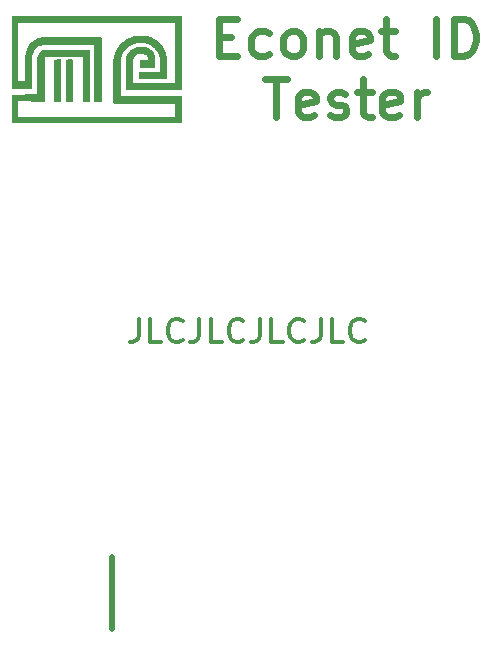
<source format=gbr>
%TF.GenerationSoftware,KiCad,Pcbnew,(6.0.11)*%
%TF.CreationDate,2024-01-05T14:55:53+00:00*%
%TF.ProjectId,EcoIDTester,45636f49-4454-4657-9374-65722e6b6963,rev?*%
%TF.SameCoordinates,Original*%
%TF.FileFunction,Legend,Top*%
%TF.FilePolarity,Positive*%
%FSLAX46Y46*%
G04 Gerber Fmt 4.6, Leading zero omitted, Abs format (unit mm)*
G04 Created by KiCad (PCBNEW (6.0.11)) date 2024-01-05 14:55:53*
%MOMM*%
%LPD*%
G01*
G04 APERTURE LIST*
%ADD10C,0.000000*%
%ADD11C,0.500000*%
%ADD12C,0.300000*%
%ADD13C,0.600000*%
G04 APERTURE END LIST*
D10*
G36*
X183767292Y-41656690D02*
G01*
X183800676Y-41690021D01*
X183800676Y-45177457D01*
X183775199Y-45202882D01*
X183749671Y-45228306D01*
X183251562Y-45228306D01*
X183217920Y-45215488D01*
X183184331Y-45202573D01*
X183184331Y-41667853D01*
X183221486Y-41646302D01*
X183221486Y-41646250D01*
X183258693Y-41624601D01*
X183496302Y-41623978D01*
X183733909Y-41623359D01*
X183767292Y-41656690D01*
G37*
G36*
X184737259Y-41645322D02*
G01*
X184778341Y-41667283D01*
X184778341Y-45177457D01*
X184752865Y-45202882D01*
X184727337Y-45228306D01*
X184213002Y-45228306D01*
X184187526Y-45202882D01*
X184161998Y-45177457D01*
X184161998Y-41667853D01*
X184199205Y-41646302D01*
X184236412Y-41624601D01*
X184466269Y-41623978D01*
X184696177Y-41623359D01*
X184737259Y-41645322D01*
G37*
D11*
X188100000Y-83750000D02*
X188100000Y-89810000D01*
D10*
G36*
X193994523Y-44244593D02*
G01*
X193100434Y-44238861D01*
X192075674Y-44228107D01*
X190552152Y-44211410D01*
X189240912Y-44203306D01*
X189234900Y-42913130D01*
X189232441Y-42268113D01*
X189233780Y-41623566D01*
X189266410Y-41493044D01*
X189283398Y-41428044D01*
X189302161Y-41363743D01*
X189312519Y-41331978D01*
X189323694Y-41300534D01*
X189335810Y-41269460D01*
X189348991Y-41238807D01*
X189363361Y-41208623D01*
X189379046Y-41178957D01*
X189396169Y-41149858D01*
X189414855Y-41121375D01*
X189491070Y-41021380D01*
X189529839Y-40971639D01*
X189549753Y-40947274D01*
X189570160Y-40923413D01*
X189591164Y-40900183D01*
X189612870Y-40877708D01*
X189635381Y-40856116D01*
X189658801Y-40835531D01*
X189683237Y-40816080D01*
X189708791Y-40797889D01*
X189735567Y-40781082D01*
X189749447Y-40773238D01*
X189763671Y-40765787D01*
X189801732Y-40739392D01*
X189842461Y-40714406D01*
X189931249Y-40668858D01*
X190028688Y-40629534D01*
X190133429Y-40596824D01*
X190244124Y-40571116D01*
X190359425Y-40552803D01*
X190477983Y-40542273D01*
X190598451Y-40539916D01*
X190719480Y-40546123D01*
X190839723Y-40561284D01*
X190957830Y-40585788D01*
X191015661Y-40601666D01*
X191072453Y-40620026D01*
X191128038Y-40640917D01*
X191182245Y-40664387D01*
X191234908Y-40690486D01*
X191285858Y-40719262D01*
X191334925Y-40750764D01*
X191381942Y-40785041D01*
X191426739Y-40822141D01*
X191469149Y-40862113D01*
X191490852Y-40879195D01*
X191511092Y-40897541D01*
X191529980Y-40917041D01*
X191547623Y-40937583D01*
X191564133Y-40959058D01*
X191579617Y-40981355D01*
X191594186Y-41004362D01*
X191607949Y-41027969D01*
X191621015Y-41052066D01*
X191633493Y-41076541D01*
X191657126Y-41126184D01*
X191702157Y-41225141D01*
X191711060Y-41252546D01*
X191719253Y-41280042D01*
X191726735Y-41307629D01*
X191733508Y-41335307D01*
X191739572Y-41363077D01*
X191744926Y-41390936D01*
X191749570Y-41418887D01*
X191753505Y-41446929D01*
X191756731Y-41475061D01*
X191759248Y-41503284D01*
X191761056Y-41531597D01*
X191762155Y-41560000D01*
X191762546Y-41588495D01*
X191762228Y-41617079D01*
X191761201Y-41645754D01*
X191759466Y-41674518D01*
X191758456Y-41744782D01*
X191758682Y-41815356D01*
X191760433Y-41956830D01*
X191760755Y-42027429D01*
X191759905Y-42097734D01*
X191757282Y-42167594D01*
X191752284Y-42236860D01*
X191750019Y-42246729D01*
X191747203Y-42255679D01*
X191743860Y-42263752D01*
X191740015Y-42270990D01*
X191735695Y-42277435D01*
X191730923Y-42283130D01*
X191725725Y-42288116D01*
X191720127Y-42292435D01*
X191714154Y-42296130D01*
X191707831Y-42299242D01*
X191701184Y-42301813D01*
X191694237Y-42303886D01*
X191687015Y-42305502D01*
X191679545Y-42306704D01*
X191663959Y-42308033D01*
X191647681Y-42308208D01*
X191630912Y-42307566D01*
X191596711Y-42305176D01*
X191579683Y-42304100D01*
X191562972Y-42303553D01*
X191546782Y-42303870D01*
X191531314Y-42305387D01*
X190471484Y-42305387D01*
X190463161Y-42299400D01*
X190455687Y-42293062D01*
X190449023Y-42286389D01*
X190443125Y-42279400D01*
X190437952Y-42272110D01*
X190433463Y-42264538D01*
X190429616Y-42256700D01*
X190426370Y-42248614D01*
X190423683Y-42240296D01*
X190421513Y-42231765D01*
X190419818Y-42223037D01*
X190418558Y-42214130D01*
X190417174Y-42195846D01*
X190417027Y-42177050D01*
X190417785Y-42157880D01*
X190419115Y-42138474D01*
X190422161Y-42099503D01*
X190423211Y-42080214D01*
X190423503Y-42061239D01*
X190422703Y-42042715D01*
X190420478Y-42024781D01*
X190421858Y-42003838D01*
X190422393Y-41982738D01*
X190422269Y-41961517D01*
X190421675Y-41940209D01*
X190418360Y-41854803D01*
X190418236Y-41833581D01*
X190418770Y-41812481D01*
X190420150Y-41791538D01*
X190422564Y-41770786D01*
X190426199Y-41750259D01*
X190431245Y-41729993D01*
X190437887Y-41710022D01*
X190441867Y-41700158D01*
X190446316Y-41690382D01*
X191121884Y-41690382D01*
X191120288Y-41667674D01*
X191119853Y-41644612D01*
X191120270Y-41621289D01*
X191121230Y-41597801D01*
X191123541Y-41550705D01*
X191124274Y-41527288D01*
X191124313Y-41504084D01*
X191123350Y-41481187D01*
X191121074Y-41458693D01*
X191117177Y-41436696D01*
X191114524Y-41425914D01*
X191111350Y-41415291D01*
X191107616Y-41404840D01*
X191103284Y-41394573D01*
X191098314Y-41384501D01*
X191092669Y-41374636D01*
X191086309Y-41364990D01*
X191079197Y-41355575D01*
X191071292Y-41346403D01*
X191062558Y-41337485D01*
X191052251Y-41321401D01*
X191040056Y-41305887D01*
X191026075Y-41290957D01*
X191010411Y-41276626D01*
X190993167Y-41262909D01*
X190974445Y-41249819D01*
X190932980Y-41225579D01*
X190886837Y-41204021D01*
X190836839Y-41185262D01*
X190783806Y-41169414D01*
X190728560Y-41156593D01*
X190671924Y-41146914D01*
X190614719Y-41140491D01*
X190557766Y-41137440D01*
X190501887Y-41137875D01*
X190447905Y-41141910D01*
X190396640Y-41149662D01*
X190348915Y-41161244D01*
X190326636Y-41168507D01*
X190305551Y-41176771D01*
X190291832Y-41180084D01*
X190278352Y-41183856D01*
X190265105Y-41188071D01*
X190252082Y-41192712D01*
X190239279Y-41197762D01*
X190226687Y-41203204D01*
X190202116Y-41215198D01*
X190178315Y-41228560D01*
X190155232Y-41243155D01*
X190132814Y-41258850D01*
X190111009Y-41275511D01*
X190089765Y-41293002D01*
X190069029Y-41311191D01*
X190048749Y-41329943D01*
X190028871Y-41349124D01*
X189990116Y-41388236D01*
X189952342Y-41427454D01*
X189933016Y-41469324D01*
X189913120Y-41511072D01*
X189893986Y-41552988D01*
X189885120Y-41574100D01*
X189876944Y-41595362D01*
X189869624Y-41616811D01*
X189863326Y-41638484D01*
X189858217Y-41660416D01*
X189854463Y-41682644D01*
X189852230Y-41705203D01*
X189851686Y-41728131D01*
X189852098Y-41739744D01*
X189852995Y-41751463D01*
X189854398Y-41763292D01*
X189856326Y-41775236D01*
X189844287Y-43599155D01*
X193452282Y-43609751D01*
X193452282Y-38510783D01*
X180136713Y-38510783D01*
X180136713Y-43480506D01*
X180708255Y-43478904D01*
X180720347Y-42408015D01*
X180732491Y-41337122D01*
X180767475Y-41156876D01*
X180802460Y-40976627D01*
X180847522Y-40838807D01*
X180892481Y-40700934D01*
X180956611Y-40570090D01*
X180973623Y-40535526D01*
X180990831Y-40501573D01*
X181008631Y-40468320D01*
X181017876Y-40451983D01*
X181027417Y-40435854D01*
X181037303Y-40419944D01*
X181047584Y-40404265D01*
X181058309Y-40388826D01*
X181069527Y-40373639D01*
X181081289Y-40358716D01*
X181093642Y-40344067D01*
X181106637Y-40329703D01*
X181120322Y-40315635D01*
X181145986Y-40285054D01*
X181173419Y-40254574D01*
X181202518Y-40224318D01*
X181233180Y-40194410D01*
X181265300Y-40164972D01*
X181298776Y-40136127D01*
X181333503Y-40107999D01*
X181369377Y-40080711D01*
X181406296Y-40054385D01*
X181444155Y-40029145D01*
X181482851Y-40005114D01*
X181522279Y-39982414D01*
X181562337Y-39961169D01*
X181602920Y-39941501D01*
X181643926Y-39923535D01*
X181685249Y-39907392D01*
X181846014Y-39840624D01*
X182010397Y-39794530D01*
X182174780Y-39748435D01*
X184658453Y-39741613D01*
X187142176Y-39734792D01*
X187171736Y-39759237D01*
X187201295Y-39783729D01*
X187201295Y-45177457D01*
X187175819Y-45202933D01*
X187150342Y-45228358D01*
X186635955Y-45228358D01*
X186610478Y-45202933D01*
X186584950Y-45177457D01*
X186584950Y-40372272D01*
X182277203Y-40372272D01*
X181948437Y-40456194D01*
X181841829Y-40514072D01*
X181735220Y-40571949D01*
X181652331Y-40654630D01*
X181569442Y-40737366D01*
X181505467Y-40867643D01*
X181441491Y-40997816D01*
X181395603Y-41188709D01*
X181349766Y-41379548D01*
X181337157Y-42735386D01*
X181325064Y-44126618D01*
X180459796Y-44125891D01*
X179594524Y-44120829D01*
X179594524Y-37933765D01*
X193994523Y-37933765D01*
X193994523Y-44244593D01*
G37*
G36*
X190643654Y-39596280D02*
G01*
X190722522Y-39600317D01*
X190801311Y-39606677D01*
X190879874Y-39615416D01*
X190958063Y-39626588D01*
X191035732Y-39640249D01*
X191112735Y-39656452D01*
X191154033Y-39665250D01*
X191194904Y-39675360D01*
X191235366Y-39686705D01*
X191275437Y-39699205D01*
X191315133Y-39712782D01*
X191354472Y-39727357D01*
X191393472Y-39742850D01*
X191432150Y-39759184D01*
X191508610Y-39794057D01*
X191583991Y-39831346D01*
X191658434Y-39870419D01*
X191732077Y-39910648D01*
X191761611Y-39928605D01*
X191790738Y-39947053D01*
X191819457Y-39965995D01*
X191847764Y-39985434D01*
X191875658Y-40005373D01*
X191903136Y-40025814D01*
X191930196Y-40046761D01*
X191956835Y-40068216D01*
X191983051Y-40090182D01*
X192008843Y-40112661D01*
X192034206Y-40135657D01*
X192059140Y-40159172D01*
X192083642Y-40183210D01*
X192107709Y-40207772D01*
X192131340Y-40232861D01*
X192154531Y-40258482D01*
X192194127Y-40296896D01*
X192232067Y-40336762D01*
X192268413Y-40377989D01*
X192303224Y-40420482D01*
X192336562Y-40464151D01*
X192368488Y-40508902D01*
X192399062Y-40554642D01*
X192428345Y-40601280D01*
X192456398Y-40648723D01*
X192483283Y-40696879D01*
X192509059Y-40745654D01*
X192533787Y-40794957D01*
X192580346Y-40894775D01*
X192623445Y-40995594D01*
X192648989Y-41068903D01*
X192672634Y-41143007D01*
X192694280Y-41217802D01*
X192713830Y-41293183D01*
X192731183Y-41369043D01*
X192746240Y-41445278D01*
X192758902Y-41521782D01*
X192769070Y-41598450D01*
X192769070Y-43270185D01*
X190457168Y-43281138D01*
X190448146Y-43276319D01*
X190440016Y-43271082D01*
X190432737Y-43265447D01*
X190426264Y-43259434D01*
X190420556Y-43253063D01*
X190415570Y-43246353D01*
X190411263Y-43239326D01*
X190407592Y-43232001D01*
X190404514Y-43224398D01*
X190401988Y-43216536D01*
X190399969Y-43208437D01*
X190398416Y-43200120D01*
X190396534Y-43182912D01*
X190396000Y-43165072D01*
X190396473Y-43146760D01*
X190397610Y-43128138D01*
X190400510Y-43090599D01*
X190401590Y-43072003D01*
X190401965Y-43053736D01*
X190401296Y-43035958D01*
X190399240Y-43018830D01*
X190400348Y-42999305D01*
X190400849Y-42979495D01*
X190400503Y-42939243D01*
X190397783Y-42857788D01*
X190397327Y-42817483D01*
X190397744Y-42797633D01*
X190398750Y-42778059D01*
X190400467Y-42758819D01*
X190403013Y-42739966D01*
X190406508Y-42721559D01*
X190411073Y-42703654D01*
X190418614Y-42696906D01*
X190426421Y-42690886D01*
X190434479Y-42685556D01*
X190442777Y-42680880D01*
X190451299Y-42676820D01*
X190460033Y-42673339D01*
X190468965Y-42670401D01*
X190478081Y-42667967D01*
X190496812Y-42664466D01*
X190516119Y-42662540D01*
X190535892Y-42661893D01*
X190556025Y-42662227D01*
X190637974Y-42667447D01*
X190658275Y-42668239D01*
X190678284Y-42668233D01*
X190697895Y-42667133D01*
X190716998Y-42664640D01*
X192152671Y-42655234D01*
X192162717Y-42114727D01*
X192161860Y-41979730D01*
X192157171Y-41844881D01*
X192147408Y-41710227D01*
X192140236Y-41642988D01*
X192131330Y-41575815D01*
X192128906Y-41544986D01*
X192125183Y-41514361D01*
X192120270Y-41483930D01*
X192114274Y-41453684D01*
X192107303Y-41423613D01*
X192099465Y-41393708D01*
X192090866Y-41363960D01*
X192081615Y-41334358D01*
X192061586Y-41275557D01*
X192040237Y-41217229D01*
X191997023Y-41101685D01*
X191975536Y-41059657D01*
X191952986Y-41018219D01*
X191929371Y-40977413D01*
X191904688Y-40937282D01*
X191878937Y-40897869D01*
X191852113Y-40859217D01*
X191824216Y-40821367D01*
X191795242Y-40784363D01*
X191765190Y-40748247D01*
X191734057Y-40713063D01*
X191701841Y-40678852D01*
X191668541Y-40645657D01*
X191634152Y-40613521D01*
X191598675Y-40582487D01*
X191562105Y-40552596D01*
X191524441Y-40523893D01*
X191502397Y-40507761D01*
X191479916Y-40492091D01*
X191457029Y-40476878D01*
X191433764Y-40462116D01*
X191386219Y-40433920D01*
X191337518Y-40407455D01*
X191287899Y-40382675D01*
X191237596Y-40359530D01*
X191186847Y-40337975D01*
X191135887Y-40317960D01*
X191005321Y-40282949D01*
X190938737Y-40267502D01*
X190871387Y-40253668D01*
X190803348Y-40241628D01*
X190734697Y-40231562D01*
X190665511Y-40223652D01*
X190595867Y-40218078D01*
X190525840Y-40215020D01*
X190455509Y-40214659D01*
X190384949Y-40217177D01*
X190314237Y-40222753D01*
X190243450Y-40231568D01*
X190172665Y-40243803D01*
X190101958Y-40259638D01*
X190031407Y-40279255D01*
X189982555Y-40291492D01*
X189934358Y-40305679D01*
X189886826Y-40321730D01*
X189839971Y-40339558D01*
X189793801Y-40359077D01*
X189748329Y-40380198D01*
X189703563Y-40402837D01*
X189659514Y-40426905D01*
X189616193Y-40452317D01*
X189573610Y-40478985D01*
X189531775Y-40506823D01*
X189490699Y-40535744D01*
X189450391Y-40565661D01*
X189410864Y-40596488D01*
X189372126Y-40628137D01*
X189334188Y-40660523D01*
X189286699Y-40709348D01*
X189240242Y-40758949D01*
X189195175Y-40809598D01*
X189173275Y-40835399D01*
X189151858Y-40861563D01*
X189130967Y-40888123D01*
X189110648Y-40915115D01*
X189090946Y-40942570D01*
X189071905Y-40970523D01*
X189053570Y-40999009D01*
X189035987Y-41028059D01*
X189019199Y-41057709D01*
X189003252Y-41087992D01*
X188984223Y-41126782D01*
X188966377Y-41166125D01*
X188949682Y-41205983D01*
X188934110Y-41246315D01*
X188919630Y-41287081D01*
X188906214Y-41328242D01*
X188893832Y-41369758D01*
X188882455Y-41411589D01*
X188872051Y-41453696D01*
X188862594Y-41496038D01*
X188846395Y-41581269D01*
X188833622Y-41666965D01*
X188824038Y-41752808D01*
X188834735Y-44200257D01*
X188836906Y-44698728D01*
X188837061Y-44733402D01*
X193994523Y-44755466D01*
X193994523Y-47029334D01*
X179594524Y-47029334D01*
X179594524Y-44597028D01*
X181756356Y-44570981D01*
X181759043Y-44139432D01*
X181766019Y-43028284D01*
X181775683Y-41485538D01*
X181812425Y-41358930D01*
X181849115Y-41232273D01*
X181881774Y-41168040D01*
X181914383Y-41103803D01*
X181988331Y-41012751D01*
X182002351Y-40995095D01*
X182016131Y-40977436D01*
X182030021Y-40960074D01*
X182037117Y-40951599D01*
X182044372Y-40943311D01*
X182051829Y-40935248D01*
X182059533Y-40927448D01*
X182067527Y-40919947D01*
X182075856Y-40912785D01*
X182084563Y-40905997D01*
X182093691Y-40899623D01*
X182103285Y-40893699D01*
X182108270Y-40890918D01*
X182113388Y-40888264D01*
X182164548Y-40854825D01*
X182244027Y-40826560D01*
X182323556Y-40798240D01*
X184260699Y-40797312D01*
X186197842Y-40796381D01*
X186210761Y-40829917D01*
X186223629Y-40863456D01*
X186223629Y-45177457D01*
X186198152Y-45202933D01*
X186172624Y-45228358D01*
X185916516Y-45227997D01*
X185660408Y-45227686D01*
X185633949Y-45210941D01*
X185607490Y-45194199D01*
X185605940Y-44663172D01*
X185604545Y-44172504D01*
X185602064Y-43308060D01*
X185596638Y-41421924D01*
X182451042Y-41421924D01*
X182442609Y-41432365D01*
X182435304Y-41442219D01*
X182429035Y-41451581D01*
X182423713Y-41460542D01*
X182419244Y-41469194D01*
X182415539Y-41477629D01*
X182412505Y-41485941D01*
X182410051Y-41494221D01*
X182408086Y-41502561D01*
X182406518Y-41511055D01*
X182405257Y-41519793D01*
X182404211Y-41528869D01*
X182400348Y-41570393D01*
X182399107Y-43352711D01*
X182398590Y-44144910D01*
X182398281Y-44627878D01*
X182397919Y-45135032D01*
X182372442Y-45160508D01*
X182346966Y-45185932D01*
X180136713Y-45171101D01*
X180136713Y-46452314D01*
X193452282Y-46452314D01*
X193452282Y-45370417D01*
X188230276Y-45358790D01*
X188223034Y-45343786D01*
X188216540Y-45328648D01*
X188205646Y-45297992D01*
X188197302Y-45266875D01*
X188191217Y-45235350D01*
X188187097Y-45203470D01*
X188184650Y-45171288D01*
X188183584Y-45138856D01*
X188183607Y-45106227D01*
X188185749Y-45040590D01*
X188188738Y-44974801D01*
X188190235Y-44909282D01*
X188189693Y-44876756D01*
X188187902Y-44844456D01*
X188188625Y-44691593D01*
X188190950Y-44194727D01*
X188196815Y-42887111D01*
X188207074Y-41579951D01*
X188228565Y-41464109D01*
X188254258Y-41349140D01*
X188268747Y-41292065D01*
X188284366Y-41235308D01*
X188301144Y-41178901D01*
X188319106Y-41122877D01*
X188338279Y-41067270D01*
X188358690Y-41012113D01*
X188380366Y-40957438D01*
X188403334Y-40903279D01*
X188427620Y-40849668D01*
X188453251Y-40796639D01*
X188480254Y-40744226D01*
X188508657Y-40692460D01*
X188543745Y-40640108D01*
X188579632Y-40587909D01*
X188616393Y-40536079D01*
X188654101Y-40484836D01*
X188692829Y-40434400D01*
X188732651Y-40384987D01*
X188773641Y-40336817D01*
X188815873Y-40290107D01*
X188941298Y-40180719D01*
X189004354Y-40126496D01*
X189068396Y-40073637D01*
X189100963Y-40047964D01*
X189133990Y-40022928D01*
X189167547Y-39998626D01*
X189201705Y-39975157D01*
X189236534Y-39952619D01*
X189272106Y-39931111D01*
X189308492Y-39910731D01*
X189345763Y-39891578D01*
X189377089Y-39873327D01*
X189408830Y-39855704D01*
X189473454Y-39822321D01*
X189539437Y-39791381D01*
X189606583Y-39762838D01*
X189674693Y-39736645D01*
X189743570Y-39712754D01*
X189813017Y-39691120D01*
X189882837Y-39671694D01*
X189954439Y-39655490D01*
X190027428Y-39641067D01*
X190101656Y-39628480D01*
X190176978Y-39617781D01*
X190253245Y-39609026D01*
X190330314Y-39602267D01*
X190408035Y-39597559D01*
X190486264Y-39594956D01*
X190564852Y-39594511D01*
X190643654Y-39596280D01*
G37*
D12*
X190341904Y-63554761D02*
X190341904Y-64983333D01*
X190246666Y-65269047D01*
X190056190Y-65459523D01*
X189770476Y-65554761D01*
X189580000Y-65554761D01*
X192246666Y-65554761D02*
X191294285Y-65554761D01*
X191294285Y-63554761D01*
X194056190Y-65364285D02*
X193960952Y-65459523D01*
X193675238Y-65554761D01*
X193484761Y-65554761D01*
X193199047Y-65459523D01*
X193008571Y-65269047D01*
X192913333Y-65078571D01*
X192818095Y-64697619D01*
X192818095Y-64411904D01*
X192913333Y-64030952D01*
X193008571Y-63840476D01*
X193199047Y-63650000D01*
X193484761Y-63554761D01*
X193675238Y-63554761D01*
X193960952Y-63650000D01*
X194056190Y-63745238D01*
X195484761Y-63554761D02*
X195484761Y-64983333D01*
X195389523Y-65269047D01*
X195199047Y-65459523D01*
X194913333Y-65554761D01*
X194722857Y-65554761D01*
X197389523Y-65554761D02*
X196437142Y-65554761D01*
X196437142Y-63554761D01*
X199199047Y-65364285D02*
X199103809Y-65459523D01*
X198818095Y-65554761D01*
X198627619Y-65554761D01*
X198341904Y-65459523D01*
X198151428Y-65269047D01*
X198056190Y-65078571D01*
X197960952Y-64697619D01*
X197960952Y-64411904D01*
X198056190Y-64030952D01*
X198151428Y-63840476D01*
X198341904Y-63650000D01*
X198627619Y-63554761D01*
X198818095Y-63554761D01*
X199103809Y-63650000D01*
X199199047Y-63745238D01*
X200627619Y-63554761D02*
X200627619Y-64983333D01*
X200532380Y-65269047D01*
X200341904Y-65459523D01*
X200056190Y-65554761D01*
X199865714Y-65554761D01*
X202532380Y-65554761D02*
X201580000Y-65554761D01*
X201580000Y-63554761D01*
X204341904Y-65364285D02*
X204246666Y-65459523D01*
X203960952Y-65554761D01*
X203770476Y-65554761D01*
X203484761Y-65459523D01*
X203294285Y-65269047D01*
X203199047Y-65078571D01*
X203103809Y-64697619D01*
X203103809Y-64411904D01*
X203199047Y-64030952D01*
X203294285Y-63840476D01*
X203484761Y-63650000D01*
X203770476Y-63554761D01*
X203960952Y-63554761D01*
X204246666Y-63650000D01*
X204341904Y-63745238D01*
X205770476Y-63554761D02*
X205770476Y-64983333D01*
X205675238Y-65269047D01*
X205484761Y-65459523D01*
X205199047Y-65554761D01*
X205008571Y-65554761D01*
X207675238Y-65554761D02*
X206722857Y-65554761D01*
X206722857Y-63554761D01*
X209484761Y-65364285D02*
X209389523Y-65459523D01*
X209103809Y-65554761D01*
X208913333Y-65554761D01*
X208627619Y-65459523D01*
X208437142Y-65269047D01*
X208341904Y-65078571D01*
X208246666Y-64697619D01*
X208246666Y-64411904D01*
X208341904Y-64030952D01*
X208437142Y-63840476D01*
X208627619Y-63650000D01*
X208913333Y-63554761D01*
X209103809Y-63554761D01*
X209389523Y-63650000D01*
X209484761Y-63745238D01*
D13*
X197115475Y-39676977D02*
X198182142Y-39676977D01*
X198639284Y-41353168D02*
X197115475Y-41353168D01*
X197115475Y-38153168D01*
X198639284Y-38153168D01*
X201382142Y-41200787D02*
X201077380Y-41353168D01*
X200467856Y-41353168D01*
X200163094Y-41200787D01*
X200010713Y-41048406D01*
X199858332Y-40743644D01*
X199858332Y-39829358D01*
X200010713Y-39524596D01*
X200163094Y-39372215D01*
X200467856Y-39219834D01*
X201077380Y-39219834D01*
X201382142Y-39372215D01*
X203210713Y-41353168D02*
X202905951Y-41200787D01*
X202753570Y-41048406D01*
X202601189Y-40743644D01*
X202601189Y-39829358D01*
X202753570Y-39524596D01*
X202905951Y-39372215D01*
X203210713Y-39219834D01*
X203667856Y-39219834D01*
X203972618Y-39372215D01*
X204124999Y-39524596D01*
X204277380Y-39829358D01*
X204277380Y-40743644D01*
X204124999Y-41048406D01*
X203972618Y-41200787D01*
X203667856Y-41353168D01*
X203210713Y-41353168D01*
X205648808Y-39219834D02*
X205648808Y-41353168D01*
X205648808Y-39524596D02*
X205801189Y-39372215D01*
X206105951Y-39219834D01*
X206563094Y-39219834D01*
X206867856Y-39372215D01*
X207020237Y-39676977D01*
X207020237Y-41353168D01*
X209763094Y-41200787D02*
X209458332Y-41353168D01*
X208848808Y-41353168D01*
X208544046Y-41200787D01*
X208391665Y-40896025D01*
X208391665Y-39676977D01*
X208544046Y-39372215D01*
X208848808Y-39219834D01*
X209458332Y-39219834D01*
X209763094Y-39372215D01*
X209915475Y-39676977D01*
X209915475Y-39981739D01*
X208391665Y-40286501D01*
X210829761Y-39219834D02*
X212048808Y-39219834D01*
X211286903Y-38153168D02*
X211286903Y-40896025D01*
X211439284Y-41200787D01*
X211744046Y-41353168D01*
X212048808Y-41353168D01*
X215553570Y-41353168D02*
X215553570Y-38153168D01*
X217077380Y-41353168D02*
X217077380Y-38153168D01*
X217839284Y-38153168D01*
X218296427Y-38305549D01*
X218601189Y-38610310D01*
X218753570Y-38915072D01*
X218905951Y-39524596D01*
X218905951Y-39981739D01*
X218753570Y-40591263D01*
X218601189Y-40896025D01*
X218296427Y-41200787D01*
X217839284Y-41353168D01*
X217077380Y-41353168D01*
X201077380Y-43305168D02*
X202905951Y-43305168D01*
X201991665Y-46505168D02*
X201991665Y-43305168D01*
X205191665Y-46352787D02*
X204886903Y-46505168D01*
X204277380Y-46505168D01*
X203972618Y-46352787D01*
X203820237Y-46048025D01*
X203820237Y-44828977D01*
X203972618Y-44524215D01*
X204277380Y-44371834D01*
X204886903Y-44371834D01*
X205191665Y-44524215D01*
X205344046Y-44828977D01*
X205344046Y-45133739D01*
X203820237Y-45438501D01*
X206563094Y-46352787D02*
X206867856Y-46505168D01*
X207477380Y-46505168D01*
X207782142Y-46352787D01*
X207934523Y-46048025D01*
X207934523Y-45895644D01*
X207782142Y-45590882D01*
X207477380Y-45438501D01*
X207020237Y-45438501D01*
X206715475Y-45286120D01*
X206563094Y-44981358D01*
X206563094Y-44828977D01*
X206715475Y-44524215D01*
X207020237Y-44371834D01*
X207477380Y-44371834D01*
X207782142Y-44524215D01*
X208848808Y-44371834D02*
X210067856Y-44371834D01*
X209305951Y-43305168D02*
X209305951Y-46048025D01*
X209458332Y-46352787D01*
X209763094Y-46505168D01*
X210067856Y-46505168D01*
X212353570Y-46352787D02*
X212048808Y-46505168D01*
X211439284Y-46505168D01*
X211134523Y-46352787D01*
X210982142Y-46048025D01*
X210982142Y-44828977D01*
X211134523Y-44524215D01*
X211439284Y-44371834D01*
X212048808Y-44371834D01*
X212353570Y-44524215D01*
X212505951Y-44828977D01*
X212505951Y-45133739D01*
X210982142Y-45438501D01*
X213877380Y-46505168D02*
X213877380Y-44371834D01*
X213877380Y-44981358D02*
X214029761Y-44676596D01*
X214182142Y-44524215D01*
X214486903Y-44371834D01*
X214791665Y-44371834D01*
M02*

</source>
